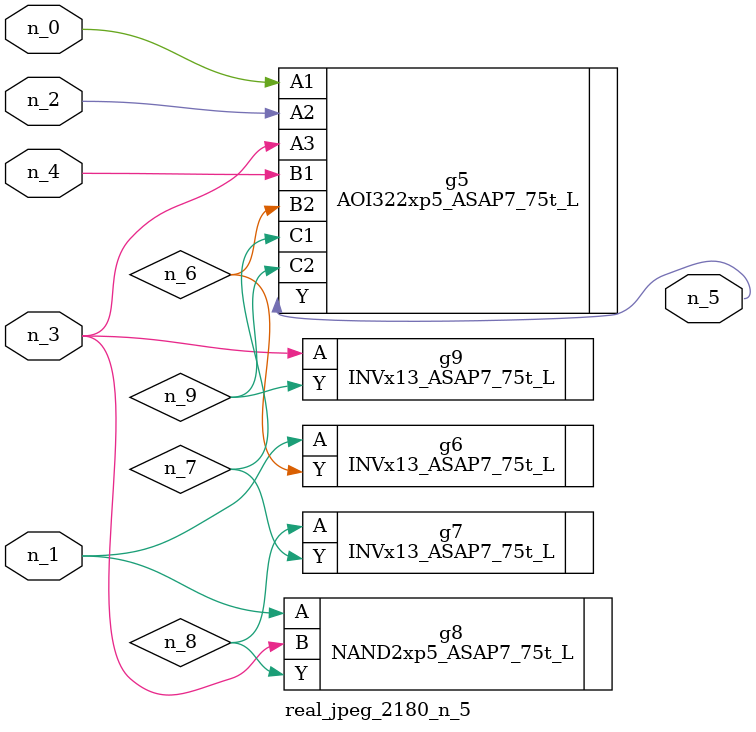
<source format=v>
module real_jpeg_2180_n_5 (n_4, n_0, n_1, n_2, n_3, n_5);

input n_4;
input n_0;
input n_1;
input n_2;
input n_3;

output n_5;

wire n_8;
wire n_6;
wire n_7;
wire n_9;

AOI322xp5_ASAP7_75t_L g5 ( 
.A1(n_0),
.A2(n_2),
.A3(n_3),
.B1(n_4),
.B2(n_6),
.C1(n_7),
.C2(n_9),
.Y(n_5)
);

INVx13_ASAP7_75t_L g6 ( 
.A(n_1),
.Y(n_6)
);

NAND2xp5_ASAP7_75t_L g8 ( 
.A(n_1),
.B(n_3),
.Y(n_8)
);

INVx13_ASAP7_75t_L g9 ( 
.A(n_3),
.Y(n_9)
);

INVx13_ASAP7_75t_L g7 ( 
.A(n_8),
.Y(n_7)
);


endmodule
</source>
